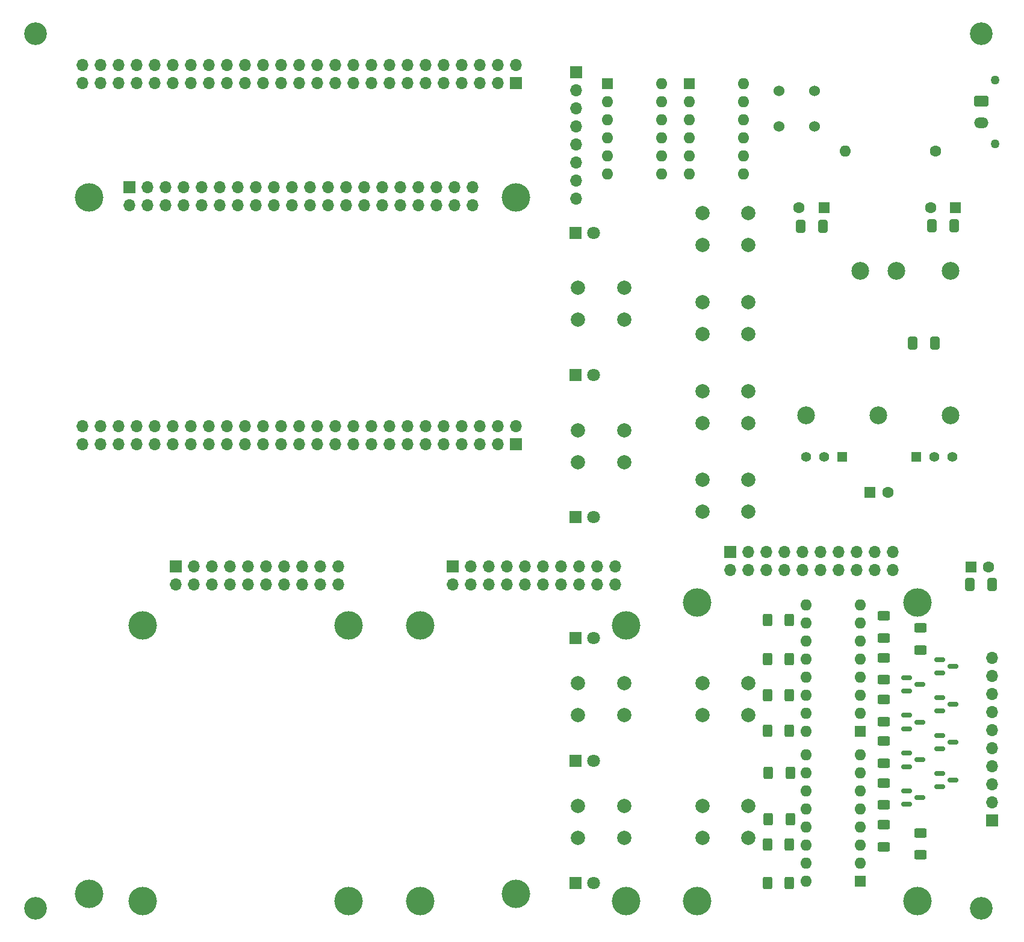
<source format=gbr>
%TF.GenerationSoftware,KiCad,Pcbnew,8.0.7-8.0.7-0~ubuntu24.10.1*%
%TF.CreationDate,2025-01-04T20:14:34+02:00*%
%TF.ProjectId,fpga_board,66706761-5f62-46f6-9172-642e6b696361,rev?*%
%TF.SameCoordinates,Original*%
%TF.FileFunction,Soldermask,Bot*%
%TF.FilePolarity,Negative*%
%FSLAX46Y46*%
G04 Gerber Fmt 4.6, Leading zero omitted, Abs format (unit mm)*
G04 Created by KiCad (PCBNEW 8.0.7-8.0.7-0~ubuntu24.10.1) date 2025-01-04 20:14:34*
%MOMM*%
%LPD*%
G01*
G04 APERTURE LIST*
G04 Aperture macros list*
%AMRoundRect*
0 Rectangle with rounded corners*
0 $1 Rounding radius*
0 $2 $3 $4 $5 $6 $7 $8 $9 X,Y pos of 4 corners*
0 Add a 4 corners polygon primitive as box body*
4,1,4,$2,$3,$4,$5,$6,$7,$8,$9,$2,$3,0*
0 Add four circle primitives for the rounded corners*
1,1,$1+$1,$2,$3*
1,1,$1+$1,$4,$5*
1,1,$1+$1,$6,$7*
1,1,$1+$1,$8,$9*
0 Add four rect primitives between the rounded corners*
20,1,$1+$1,$2,$3,$4,$5,0*
20,1,$1+$1,$4,$5,$6,$7,0*
20,1,$1+$1,$6,$7,$8,$9,0*
20,1,$1+$1,$8,$9,$2,$3,0*%
G04 Aperture macros list end*
%ADD10R,1.700000X1.700000*%
%ADD11O,1.700000X1.700000*%
%ADD12RoundRect,0.250000X0.625000X-0.400000X0.625000X0.400000X-0.625000X0.400000X-0.625000X-0.400000X0*%
%ADD13RoundRect,0.250000X-0.625000X0.400000X-0.625000X-0.400000X0.625000X-0.400000X0.625000X0.400000X0*%
%ADD14RoundRect,0.150000X-0.587500X-0.150000X0.587500X-0.150000X0.587500X0.150000X-0.587500X0.150000X0*%
%ADD15R,1.800000X1.800000*%
%ADD16C,1.800000*%
%ADD17R,1.600000X1.600000*%
%ADD18C,1.600000*%
%ADD19RoundRect,0.250000X-0.400000X-0.625000X0.400000X-0.625000X0.400000X0.625000X-0.400000X0.625000X0*%
%ADD20C,2.000000*%
%ADD21RoundRect,0.102000X0.609000X0.609000X-0.609000X0.609000X-0.609000X-0.609000X0.609000X-0.609000X0*%
%ADD22C,1.422000*%
%ADD23O,1.600000X1.600000*%
%ADD24C,3.200000*%
%ADD25C,2.500000*%
%ADD26RoundRect,0.102000X-0.609000X-0.609000X0.609000X-0.609000X0.609000X0.609000X-0.609000X0.609000X0*%
%ADD27O,2.020000X1.500000*%
%ADD28RoundRect,0.250001X-0.759999X0.499999X-0.759999X-0.499999X0.759999X-0.499999X0.759999X0.499999X0*%
%ADD29C,1.270000*%
%ADD30C,4.000000*%
%ADD31C,1.524000*%
%ADD32RoundRect,0.250000X0.412500X0.650000X-0.412500X0.650000X-0.412500X-0.650000X0.412500X-0.650000X0*%
%ADD33RoundRect,0.250000X-0.412500X-0.650000X0.412500X-0.650000X0.412500X0.650000X-0.412500X0.650000X0*%
G04 APERTURE END LIST*
D10*
%TO.C,J9*%
X156000000Y-123660000D03*
D11*
X156000000Y-121120000D03*
X156000000Y-118580000D03*
X156000000Y-116040000D03*
X156000000Y-113500000D03*
X156000000Y-110960000D03*
X156000000Y-108420000D03*
X156000000Y-105880000D03*
X156000000Y-103340000D03*
X156000000Y-100800000D03*
%TD*%
D12*
%TO.C,R64*%
X145900000Y-99700000D03*
X145900000Y-96600000D03*
%TD*%
D13*
%TO.C,R61*%
X145900000Y-125400000D03*
X145900000Y-128500000D03*
%TD*%
%TO.C,R58*%
X140800000Y-94900000D03*
X140800000Y-98000000D03*
%TD*%
%TO.C,R55*%
X140800000Y-100770000D03*
X140800000Y-103870000D03*
%TD*%
%TO.C,R52*%
X140800000Y-106640000D03*
X140800000Y-109740000D03*
%TD*%
D12*
%TO.C,R49*%
X140800000Y-115610000D03*
X140800000Y-112510000D03*
%TD*%
D13*
%TO.C,R46*%
X140800000Y-118380000D03*
X140800000Y-121480000D03*
%TD*%
%TO.C,R44*%
X140800000Y-124250000D03*
X140800000Y-127350000D03*
%TD*%
D14*
%TO.C,Q8*%
X148625000Y-102950000D03*
X148625000Y-101050000D03*
X150500000Y-102000000D03*
%TD*%
%TO.C,Q7*%
X144000000Y-121400000D03*
X144000000Y-119500000D03*
X145875000Y-120450000D03*
%TD*%
%TO.C,Q6*%
X144000000Y-105450000D03*
X144000000Y-103550000D03*
X145875000Y-104500000D03*
%TD*%
%TO.C,Q5*%
X148625000Y-108283333D03*
X148625000Y-106383333D03*
X150500000Y-107333333D03*
%TD*%
%TO.C,Q4*%
X144000000Y-110766666D03*
X144000000Y-108866666D03*
X145875000Y-109816666D03*
%TD*%
%TO.C,Q3*%
X148625000Y-113616666D03*
X148625000Y-111716666D03*
X150500000Y-112666666D03*
%TD*%
%TO.C,Q2*%
X144000000Y-116083332D03*
X144000000Y-114183332D03*
X145875000Y-115133332D03*
%TD*%
%TO.C,Q1*%
X148625000Y-118950000D03*
X148625000Y-117050000D03*
X150500000Y-118000000D03*
%TD*%
D15*
%TO.C,D2*%
X97400000Y-61000000D03*
D16*
X99940000Y-61000000D03*
%TD*%
D17*
%TO.C,C3*%
X150840000Y-37500000D03*
D18*
X147340000Y-37500000D03*
%TD*%
D19*
%TO.C,R40*%
X124500000Y-117000000D03*
X127600000Y-117000000D03*
%TD*%
%TO.C,R37*%
X124400000Y-132500000D03*
X127500000Y-132500000D03*
%TD*%
D20*
%TO.C,SW10*%
X115250000Y-121625000D03*
X121750000Y-121625000D03*
X115250000Y-126125000D03*
X121750000Y-126125000D03*
%TD*%
D21*
%TO.C,RV3*%
X134920000Y-72500000D03*
D22*
X132380000Y-72500000D03*
X129840000Y-72500000D03*
%TD*%
D20*
%TO.C,SW9*%
X115250000Y-104375000D03*
X121750000Y-104375000D03*
X115250000Y-108875000D03*
X121750000Y-108875000D03*
%TD*%
%TO.C,SW7*%
X115250000Y-63250000D03*
X121750000Y-63250000D03*
X115250000Y-67750000D03*
X121750000Y-67750000D03*
%TD*%
D23*
%TO.C,U3*%
X129880000Y-132240000D03*
X129880000Y-129700000D03*
X129880000Y-127160000D03*
X129880000Y-124620000D03*
X129880000Y-122080000D03*
X129880000Y-119540000D03*
X129880000Y-117000000D03*
X129880000Y-114460000D03*
X137500000Y-114460000D03*
X137500000Y-117000000D03*
X137500000Y-119540000D03*
X137500000Y-122080000D03*
X137500000Y-124620000D03*
X137500000Y-127160000D03*
X137500000Y-129700000D03*
D17*
X137500000Y-132240000D03*
%TD*%
D20*
%TO.C,SW2*%
X97750000Y-68750000D03*
X104250000Y-68750000D03*
X97750000Y-73250000D03*
X104250000Y-73250000D03*
%TD*%
%TO.C,SW6*%
X115250000Y-50750000D03*
X121750000Y-50750000D03*
X115250000Y-55250000D03*
X121750000Y-55250000D03*
%TD*%
%TO.C,SW8*%
X115250000Y-75750000D03*
X121750000Y-75750000D03*
X115250000Y-80250000D03*
X121750000Y-80250000D03*
%TD*%
D10*
%TO.C,J2*%
X89000000Y-19900000D03*
D11*
X89000000Y-17360000D03*
X86460000Y-19900000D03*
X86460000Y-17360000D03*
X83920000Y-19900000D03*
X83920000Y-17360000D03*
X81380000Y-19900000D03*
X81380000Y-17360000D03*
X78840000Y-19900000D03*
X78840000Y-17360000D03*
X76300000Y-19900000D03*
X76300000Y-17360000D03*
X73760000Y-19900000D03*
X73760000Y-17360000D03*
X71220000Y-19900000D03*
X71220000Y-17360000D03*
X68680000Y-19900000D03*
X68680000Y-17360000D03*
X66140000Y-19900000D03*
X66140000Y-17360000D03*
X63600000Y-19900000D03*
X63600000Y-17360000D03*
X61060000Y-19900000D03*
X61060000Y-17360000D03*
X58520000Y-19900000D03*
X58520000Y-17360000D03*
X55980000Y-19900000D03*
X55980000Y-17360000D03*
X53440000Y-19900000D03*
X53440000Y-17360000D03*
X50900000Y-19900000D03*
X50900000Y-17360000D03*
X48360000Y-19900000D03*
X48360000Y-17360000D03*
X45820000Y-19900000D03*
X45820000Y-17360000D03*
X43280000Y-19900000D03*
X43280000Y-17360000D03*
X40740000Y-19900000D03*
X40740000Y-17360000D03*
X38200000Y-19900000D03*
X38200000Y-17360000D03*
X35660000Y-19900000D03*
X35660000Y-17360000D03*
X33120000Y-19900000D03*
X33120000Y-17360000D03*
X30580000Y-19900000D03*
X30580000Y-17360000D03*
X28040000Y-19900000D03*
X28040000Y-17360000D03*
D10*
X89000000Y-70740000D03*
D11*
X89000000Y-68200000D03*
X86460000Y-70740000D03*
X86460000Y-68200000D03*
X83920000Y-70740000D03*
X83920000Y-68200000D03*
X81380000Y-70740000D03*
X81380000Y-68200000D03*
X78840000Y-70740000D03*
X78840000Y-68200000D03*
X76300000Y-70740000D03*
X76300000Y-68200000D03*
X73760000Y-70740000D03*
X73760000Y-68200000D03*
X71220000Y-70740000D03*
X71220000Y-68200000D03*
X68680000Y-70740000D03*
X68680000Y-68200000D03*
X66140000Y-70740000D03*
X66140000Y-68200000D03*
X63600000Y-70740000D03*
X63600000Y-68200000D03*
X61060000Y-70740000D03*
X61060000Y-68200000D03*
X58520000Y-70740000D03*
X58520000Y-68200000D03*
X55980000Y-70740000D03*
X55980000Y-68200000D03*
X53440000Y-70740000D03*
X53440000Y-68200000D03*
X50900000Y-70740000D03*
X50900000Y-68200000D03*
X48360000Y-70740000D03*
X48360000Y-68200000D03*
X45820000Y-70740000D03*
X45820000Y-68200000D03*
X43280000Y-70740000D03*
X43280000Y-68200000D03*
X40740000Y-70740000D03*
X40740000Y-68200000D03*
X38200000Y-70740000D03*
X38200000Y-68200000D03*
X35660000Y-70740000D03*
X35660000Y-68200000D03*
X33120000Y-70740000D03*
X33120000Y-68200000D03*
X30580000Y-70740000D03*
X30580000Y-68200000D03*
X28040000Y-70740000D03*
X28040000Y-68200000D03*
%TD*%
D24*
%TO.C,REF\u002A\u002A*%
X21500000Y-136000000D03*
%TD*%
D20*
%TO.C,SW5*%
X115250000Y-38250000D03*
X121750000Y-38250000D03*
X115250000Y-42750000D03*
X121750000Y-42750000D03*
%TD*%
D25*
%TO.C,U1*%
X142540000Y-46340000D03*
X137460000Y-46340000D03*
X129840000Y-66660000D03*
X140000000Y-66660000D03*
X150160000Y-66660000D03*
X150160000Y-46340000D03*
%TD*%
D19*
%TO.C,R33*%
X124400000Y-111000000D03*
X127500000Y-111000000D03*
%TD*%
D10*
%TO.C,J6*%
X97500000Y-18420000D03*
D11*
X97500000Y-20960000D03*
X97500000Y-23500000D03*
X97500000Y-26040000D03*
X97500000Y-28580000D03*
X97500000Y-31120000D03*
X97500000Y-33660000D03*
X97500000Y-36200000D03*
%TD*%
D20*
%TO.C,SW4*%
X97750000Y-121625000D03*
X104250000Y-121625000D03*
X97750000Y-126125000D03*
X104250000Y-126125000D03*
%TD*%
%TO.C,SW3*%
X97750000Y-104375000D03*
X104250000Y-104375000D03*
X97750000Y-108875000D03*
X104250000Y-108875000D03*
%TD*%
D18*
%TO.C,F1*%
X148000000Y-29500000D03*
D23*
X135300000Y-29500000D03*
%TD*%
D24*
%TO.C,REF\u002A\u002A*%
X21500000Y-13000000D03*
%TD*%
D26*
%TO.C,RV2*%
X145340000Y-72500000D03*
D22*
X147880000Y-72500000D03*
X150420000Y-72500000D03*
%TD*%
D15*
%TO.C,D4*%
X97400000Y-98000000D03*
D16*
X99940000Y-98000000D03*
%TD*%
D17*
%TO.C,C9*%
X153000000Y-88000000D03*
D18*
X155500000Y-88000000D03*
%TD*%
D15*
%TO.C,D5*%
X97400000Y-115250000D03*
D16*
X99940000Y-115250000D03*
%TD*%
D27*
%TO.C,J7*%
X154500000Y-25500000D03*
D28*
X154500000Y-22500000D03*
D29*
X156460000Y-28500000D03*
X156460000Y-19500000D03*
%TD*%
D11*
%TO.C,J1*%
X82935000Y-37115000D03*
X82935000Y-34575000D03*
X80395000Y-37115000D03*
X80395000Y-34575000D03*
X77855000Y-37115000D03*
X77855000Y-34575000D03*
X75315000Y-37115000D03*
X75315000Y-34575000D03*
X72775000Y-37115000D03*
X72775000Y-34575000D03*
X70235000Y-37115000D03*
X70235000Y-34575000D03*
X67695000Y-37115000D03*
X67695000Y-34575000D03*
X65155000Y-37115000D03*
X65155000Y-34575000D03*
X62615000Y-37115000D03*
X62615000Y-34575000D03*
X60075000Y-37115000D03*
X60075000Y-34575000D03*
X57535000Y-37115000D03*
X57535000Y-34575000D03*
X54995000Y-37115000D03*
X54995000Y-34575000D03*
X52455000Y-37115000D03*
X52455000Y-34575000D03*
X49915000Y-37115000D03*
X49915000Y-34575000D03*
X47375000Y-37115000D03*
X47375000Y-34575000D03*
X44835000Y-37115000D03*
X44835000Y-34575000D03*
X42295000Y-37115000D03*
X42295000Y-34575000D03*
X39755000Y-37115000D03*
X39755000Y-34575000D03*
X37215000Y-37115000D03*
X37215000Y-34575000D03*
X34675000Y-37115000D03*
D10*
X34675000Y-34575000D03*
D30*
X89000000Y-36000000D03*
X29000000Y-36000000D03*
X89000000Y-134000000D03*
X29000000Y-134000000D03*
%TD*%
D19*
%TO.C,R38*%
X124400000Y-127000000D03*
X127500000Y-127000000D03*
%TD*%
D15*
%TO.C,D1*%
X97400000Y-41000000D03*
D16*
X99940000Y-41000000D03*
%TD*%
D19*
%TO.C,R39*%
X124500000Y-123500000D03*
X127600000Y-123500000D03*
%TD*%
D23*
%TO.C,SW12*%
X121000000Y-20000000D03*
X121000000Y-22540000D03*
X121000000Y-25080000D03*
X121000000Y-27620000D03*
X121000000Y-30160000D03*
X121000000Y-32700000D03*
X113380000Y-32700000D03*
X113380000Y-30160000D03*
X113380000Y-27620000D03*
X113380000Y-25080000D03*
X113380000Y-22540000D03*
D17*
X113380000Y-20000000D03*
%TD*%
D31*
%TO.C,L1*%
X131000000Y-26000000D03*
X126000000Y-26000000D03*
X131000000Y-21000000D03*
X126000000Y-21000000D03*
%TD*%
D15*
%TO.C,D6*%
X97400000Y-132500000D03*
D16*
X99940000Y-132500000D03*
%TD*%
D23*
%TO.C,U2*%
X129880000Y-111080000D03*
X129880000Y-108540000D03*
X129880000Y-106000000D03*
X129880000Y-103460000D03*
X129880000Y-100920000D03*
X129880000Y-98380000D03*
X129880000Y-95840000D03*
X129880000Y-93300000D03*
X137500000Y-93300000D03*
X137500000Y-95840000D03*
X137500000Y-98380000D03*
X137500000Y-100920000D03*
X137500000Y-103460000D03*
X137500000Y-106000000D03*
X137500000Y-108540000D03*
D17*
X137500000Y-111080000D03*
%TD*%
%TO.C,SW11*%
X101880000Y-20000000D03*
D23*
X101880000Y-22540000D03*
X101880000Y-25080000D03*
X101880000Y-27620000D03*
X101880000Y-30160000D03*
X101880000Y-32700000D03*
X109500000Y-32700000D03*
X109500000Y-30160000D03*
X109500000Y-27620000D03*
X109500000Y-25080000D03*
X109500000Y-22540000D03*
X109500000Y-20000000D03*
%TD*%
D24*
%TO.C,REF\u002A\u002A*%
X154500000Y-136000000D03*
%TD*%
D19*
%TO.C,R34*%
X124400000Y-106000000D03*
X127500000Y-106000000D03*
%TD*%
D24*
%TO.C,REF\u002A\u002A*%
X154500000Y-13000000D03*
%TD*%
D19*
%TO.C,R36*%
X124400000Y-95500000D03*
X127500000Y-95500000D03*
%TD*%
%TO.C,R35*%
X124400000Y-101000000D03*
X127500000Y-101000000D03*
%TD*%
D17*
%TO.C,C5*%
X132340000Y-37500000D03*
D18*
X128840000Y-37500000D03*
%TD*%
D15*
%TO.C,D3*%
X97400000Y-81000000D03*
D16*
X99940000Y-81000000D03*
%TD*%
D17*
%TO.C,C8*%
X138840000Y-77500000D03*
D18*
X141340000Y-77500000D03*
%TD*%
D20*
%TO.C,SW1*%
X97750000Y-48750000D03*
X104250000Y-48750000D03*
X97750000Y-53250000D03*
X104250000Y-53250000D03*
%TD*%
D30*
%TO.C,J4*%
X104500000Y-96250000D03*
X75525000Y-96250000D03*
X104500000Y-135000000D03*
X75525000Y-135000000D03*
D10*
X80175000Y-87920000D03*
D11*
X80175000Y-90460000D03*
X82715000Y-87920000D03*
X82715000Y-90460000D03*
X85255000Y-87920000D03*
X85255000Y-90460000D03*
X87795000Y-87920000D03*
X87795000Y-90460000D03*
X90335000Y-87920000D03*
X90335000Y-90460000D03*
X92875000Y-87920000D03*
X92875000Y-90460000D03*
X95415000Y-87920000D03*
X95415000Y-90460000D03*
X97955000Y-87920000D03*
X97955000Y-90460000D03*
X100495000Y-87920000D03*
X100495000Y-90460000D03*
X103035000Y-87920000D03*
X103035000Y-90460000D03*
%TD*%
D32*
%TO.C,C6*%
X132200000Y-40100000D03*
X129075000Y-40100000D03*
%TD*%
D30*
%TO.C,J3*%
X145500000Y-93000000D03*
X114500000Y-93000000D03*
X145500000Y-135000000D03*
X114500000Y-135000000D03*
D10*
X119150000Y-85920000D03*
D11*
X119150000Y-88460000D03*
X121690000Y-85920000D03*
X121690000Y-88460000D03*
X124230000Y-85920000D03*
X124230000Y-88460000D03*
X126770000Y-85920000D03*
X126770000Y-88460000D03*
X129310000Y-85920000D03*
X129310000Y-88460000D03*
X131850000Y-85920000D03*
X131850000Y-88460000D03*
X134390000Y-85920000D03*
X134390000Y-88460000D03*
X136930000Y-85920000D03*
X136930000Y-88460000D03*
X139470000Y-85920000D03*
X139470000Y-88460000D03*
X142010000Y-85920000D03*
X142010000Y-88460000D03*
%TD*%
%TO.C,J5*%
X64035000Y-90460000D03*
X64035000Y-87920000D03*
X61495000Y-90460000D03*
X61495000Y-87920000D03*
X58955000Y-90460000D03*
X58955000Y-87920000D03*
X56415000Y-90460000D03*
X56415000Y-87920000D03*
X53875000Y-90460000D03*
X53875000Y-87920000D03*
X51335000Y-90460000D03*
X51335000Y-87920000D03*
X48795000Y-90460000D03*
X48795000Y-87920000D03*
X46255000Y-90460000D03*
X46255000Y-87920000D03*
X43715000Y-90460000D03*
X43715000Y-87920000D03*
X41175000Y-90460000D03*
D10*
X41175000Y-87920000D03*
D30*
X36525000Y-135000000D03*
X65500000Y-135000000D03*
X36525000Y-96250000D03*
X65500000Y-96250000D03*
%TD*%
D32*
%TO.C,C4*%
X150700000Y-40000000D03*
X147575000Y-40000000D03*
%TD*%
D33*
%TO.C,C10*%
X152875000Y-90500000D03*
X156000000Y-90500000D03*
%TD*%
%TO.C,C7*%
X144840000Y-56500000D03*
X147965000Y-56500000D03*
%TD*%
M02*

</source>
